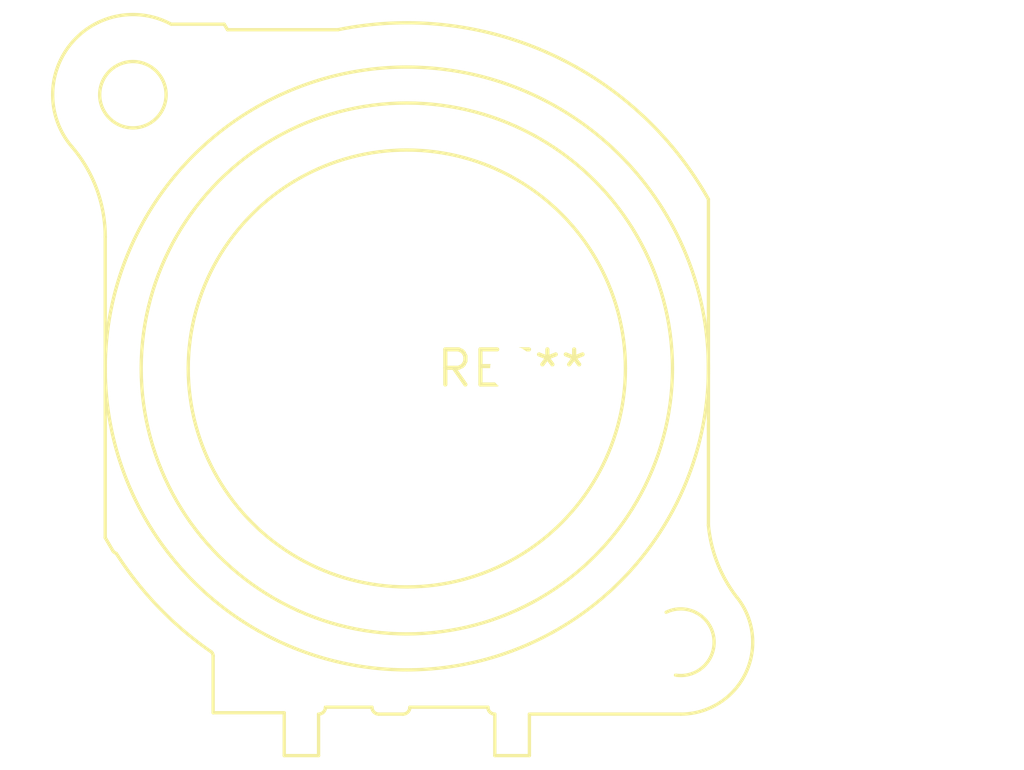
<source format=kicad_pcb>
(kicad_pcb (version 20240108) (generator pcbnew)
  (layers (0 "F.Cu" signal) (31 "B.Cu" signal) (34 "B.Paste" user) (35 "F.Paste" user) (36 "B.SilkS" user "B.Silkscreen") (37 "F.SilkS" user "F.Silkscreen") (38 "B.Mask" user) (39 "F.Mask" user) (44 "Edge.Cuts" user))
  (net 0 "")
  (footprint "Jack_XLR_Neutrik_NC3FBV2-B_Vertical" (layer "F.Cu") (at 0 0)
    (property "Reference" "REF**")
    (property "Value" "Jack_XLR_Neutrik_NC3FBV2-B_Vertical")
    (fp_line (start -14.71 -4.76) (end -14.71 6.12) (layer "F.SilkS") (stroke (width 0.12)))
    (fp_line (start -14.71 6.12) (end -14.43 6.6) (layer "F.SilkS") (stroke (width 0.12)))
    (fp_line (start -10.81 10.39) (end -10.81 12.45) (layer "F.SilkS") (stroke (width 0.12)))
    (fp_line (start -10.81 12.45) (end -8.24 12.45) (layer "F.SilkS") (stroke (width 0.12)))
    (fp_line (start -10.41 -12.45) (end -12.33 -12.45) (layer "F.SilkS") (stroke (width 0.12)))
    (fp_line (start -10.29 -12.25) (end -10.41 -12.45) (layer "F.SilkS") (stroke (width 0.12)))
    (fp_line (start -8.24 12.45) (end -8.24 14) (layer "F.SilkS") (stroke (width 0.12)))
    (fp_line (start -7 14) (end -8.24 14) (layer "F.SilkS") (stroke (width 0.12)))
    (fp_line (start -7 14) (end -7 12.5) (layer "F.SilkS") (stroke (width 0.12)))
    (fp_line (start -6.75 12.25) (end -5.07 12.25) (layer "F.SilkS") (stroke (width 0.12)))
    (fp_line (start -6.3 -12.25) (end -10.29 -12.25) (layer "F.SilkS") (stroke (width 0.12)))
    (fp_line (start -4.82 12.5) (end -3.95 12.5) (layer "F.SilkS") (stroke (width 0.12)))
    (fp_line (start -3.7 12.25) (end -0.88 12.25) (layer "F.SilkS") (stroke (width 0.12)))
    (fp_line (start -0.63 12.5) (end -0.63 14) (layer "F.SilkS") (stroke (width 0.12)))
    (fp_line (start 0.62 12.5) (end 6.09 12.5) (layer "F.SilkS") (stroke (width 0.12)))
    (fp_line (start 0.62 14) (end -0.63 14) (layer "F.SilkS") (stroke (width 0.12)))
    (fp_line (start 0.62 14) (end 0.62 12.5) (layer "F.SilkS") (stroke (width 0.12)))
    (fp_line (start 7.09 5.67) (end 7.09 -6.12) (layer "F.SilkS") (stroke (width 0.12)))
    (fp_arc (start -15.916051 -8.020379) (mid -15.021177 -6.498148) (end -14.71 -4.76) (layer "F.SilkS") (stroke (width 0.12)))
    (fp_arc (start -15.908884 -8.010077) (mid -15.967404 -11.719623) (end -12.33 -12.45) (layer "F.SilkS") (stroke (width 0.12)))
    (fp_arc (start -14.313753 6.685219) (mid -14.379716 6.653303) (end -14.43 6.6) (layer "F.SilkS") (stroke (width 0.12)))
    (fp_arc (start -10.879208 10.248532) (mid -12.772983 8.641241) (end -14.31 6.69) (layer "F.SilkS") (stroke (width 0.12)))
    (fp_arc (start -10.874359 10.252686) (mid -10.828679 10.315015) (end -10.81 10.39) (layer "F.SilkS") (stroke (width 0.12)))
    (fp_arc (start -6.75 12.25) (mid -6.823223 12.426777) (end -7 12.5) (layer "F.SilkS") (stroke (width 0.12)))
    (fp_arc (start -6.283571 -12.253402) (mid 1.401126 -11.362596) (end 7.09 -6.12) (layer "F.SilkS") (stroke (width 0.12)))
    (fp_arc (start -4.82 12.5) (mid -4.996777 12.426777) (end -5.07 12.25) (layer "F.SilkS") (stroke (width 0.12)))
    (fp_arc (start -3.7 12.25) (mid -3.773223 12.426777) (end -3.95 12.5) (layer "F.SilkS") (stroke (width 0.12)))
    (fp_arc (start -0.63 12.5) (mid -0.806777 12.426777) (end -0.88 12.25) (layer "F.SilkS") (stroke (width 0.12)))
    (fp_arc (start 5.563083 8.81623) (mid 7.282057 9.723366) (end 5.9 11.09) (layer "F.SilkS") (stroke (width 0.12)))
    (fp_arc (start 8.110579 8.263767) (mid 8.436721 11.019329) (end 6.09 12.5) (layer "F.SilkS") (stroke (width 0.12)))
    (fp_arc (start 8.111727 8.266808) (mid 7.416073 7.041111) (end 7.09 5.67) (layer "F.SilkS") (stroke (width 0.12)))
    (fp_circle (center -13.71 -9.9) (end -12.51 -9.9) (layer "F.SilkS") (stroke (width 0.12)) (fill none))
    (fp_circle (center -3.81 0) (end 4.09 0) (layer "F.SilkS") (stroke (width 0.12)) (fill none))
    (fp_circle (center -3.81 0) (end 5.79 0) (layer "F.SilkS") (stroke (width 0.12)) (fill none))
    (fp_circle (center -3.81 0) (end 7.09 0) (layer "F.SilkS") (stroke (width 0.12)) (fill none))
    (pad "1" thru_hole circle (at 0 0) (size 3.4 3.4) (drill 1.6) (layers *.Cu *.Mask) (remove_unused_layers))
    (pad "2" thru_hole circle (at -7.62 0) (size 3.4 3.4) (drill 1.6) (layers *.Cu *.Mask) (remove_unused_layers))
    (pad "3" thru_hole circle (at -3.81 4.45) (size 2.9 2.9) (drill 1.2) (layers *.Cu *.Mask) (remove_unused_layers))
    (pad "G" thru_hole circle (at 4.44 10.16) (size 2.9 2.9) (drill 1.2) (layers *.Cu *.Mask) (remove_unused_layers))
  )
)
</source>
